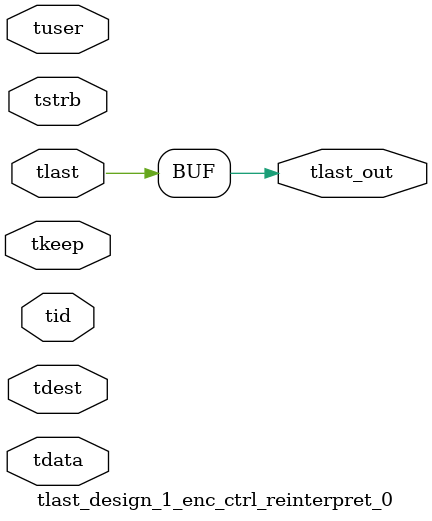
<source format=v>


`timescale 1ps/1ps

module tlast_design_1_enc_ctrl_reinterpret_0 #
(
parameter C_S_AXIS_TID_WIDTH   = 1,
parameter C_S_AXIS_TUSER_WIDTH = 0,
parameter C_S_AXIS_TDATA_WIDTH = 0,
parameter C_S_AXIS_TDEST_WIDTH = 0
)
(
input  [(C_S_AXIS_TID_WIDTH   == 0 ? 1 : C_S_AXIS_TID_WIDTH)-1:0       ] tid,
input  [(C_S_AXIS_TDATA_WIDTH == 0 ? 1 : C_S_AXIS_TDATA_WIDTH)-1:0     ] tdata,
input  [(C_S_AXIS_TUSER_WIDTH == 0 ? 1 : C_S_AXIS_TUSER_WIDTH)-1:0     ] tuser,
input  [(C_S_AXIS_TDEST_WIDTH == 0 ? 1 : C_S_AXIS_TDEST_WIDTH)-1:0     ] tdest,
input  [(C_S_AXIS_TDATA_WIDTH/8)-1:0 ] tkeep,
input  [(C_S_AXIS_TDATA_WIDTH/8)-1:0 ] tstrb,
input  [0:0]                                                             tlast,
output                                                                   tlast_out
);

assign tlast_out = {tlast};

endmodule


</source>
